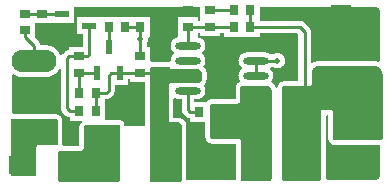
<source format=gtl>
G04*
G04 #@! TF.GenerationSoftware,Altium Limited,Altium Designer,19.0.15 (446)*
G04*
G04 Layer_Physical_Order=1*
G04 Layer_Color=255*
%FSTAX24Y24*%
%MOIN*%
G70*
G01*
G75*
%ADD18R,0.0453X0.0236*%
%ADD20R,0.0236X0.0453*%
%ADD21R,0.0866X0.0591*%
%ADD22R,0.0354X0.0315*%
%ADD23R,0.0315X0.0354*%
%ADD24R,0.0846X0.2480*%
%ADD25O,0.0846X0.0236*%
%ADD26R,0.0827X0.1063*%
%ADD27R,0.0710X0.1300*%
%ADD28R,0.0472X0.1024*%
%ADD29R,0.0472X0.0394*%
%ADD30R,0.0984X0.1811*%
%ADD46C,0.0100*%
%ADD47C,0.0150*%
%ADD48O,0.1496X0.0748*%
%ADD49R,0.1496X0.0748*%
%ADD50O,0.1496X0.0748*%
%ADD51C,0.0197*%
G36*
X016437Y015483D02*
X016358D01*
Y015591D01*
X015689D01*
Y014961D01*
X015689Y014961D01*
X015689D01*
X015671Y014917D01*
X015666Y014916D01*
X015657Y014914D01*
X015648Y014911D01*
X01564Y014909D01*
X015631Y014906D01*
X015623Y014902D01*
X015615Y014899D01*
X015606Y014895D01*
X015598Y014891D01*
X015591Y014886D01*
X015583Y014882D01*
X015575Y014877D01*
X015568Y014872D01*
X015561Y014866D01*
X015553Y014861D01*
X015547Y014855D01*
X01554Y014849D01*
X015533Y014843D01*
X015527Y014836D01*
X015521Y014829D01*
X015515Y014822D01*
X01551Y014815D01*
X015504Y014808D01*
X015499Y014801D01*
X015494Y014793D01*
X01549Y014785D01*
X015485Y014778D01*
X015481Y01477D01*
X015477Y014761D01*
X015474Y014753D01*
X01547Y014745D01*
X015467Y014736D01*
X015465Y014728D01*
X015462Y014719D01*
X01546Y01471D01*
X015458Y014701D01*
X015456Y014693D01*
X015455Y014684D01*
X015454Y014675D01*
X015453Y014666D01*
X015453Y014657D01*
X015453Y014648D01*
X015453Y014639D01*
X015453Y01463D01*
X015454Y014621D01*
X015455Y014612D01*
X015456Y014603D01*
X015458Y014594D01*
X01546Y014585D01*
X015462Y014576D01*
X015465Y014568D01*
X015467Y014559D01*
X01547Y014551D01*
X015474Y014542D01*
X015477Y014534D01*
X015481Y014526D01*
X015485Y014518D01*
X01549Y01451D01*
X015494Y014502D01*
X015499Y014495D01*
X015504Y014487D01*
X01551Y01448D01*
X015515Y014473D01*
X015521Y014466D01*
X015527Y014459D01*
X015533Y014453D01*
X01554Y014446D01*
X015547Y01444D01*
X015553Y014435D01*
X015561Y014429D01*
X015562Y014428D01*
X015567Y014417D01*
X015569Y014407D01*
Y014388D01*
X015567Y014378D01*
X015562Y014368D01*
X015561Y014366D01*
X015553Y014361D01*
X015547Y014355D01*
X01554Y014349D01*
X015533Y014343D01*
X015527Y014336D01*
X015521Y014329D01*
X015515Y014322D01*
X01551Y014315D01*
X015504Y014308D01*
X015499Y014301D01*
X015494Y014293D01*
X01549Y014285D01*
X015485Y014278D01*
X015481Y01427D01*
X015477Y014261D01*
X015474Y014253D01*
X01547Y014245D01*
X015467Y014236D01*
X015465Y014228D01*
X015462Y014219D01*
X01546Y01421D01*
X015458Y014201D01*
X015456Y014193D01*
X015455Y014184D01*
X015454Y014175D01*
X015453Y014166D01*
X015453Y014157D01*
X015453Y014148D01*
X015453Y014139D01*
X015452Y014135D01*
X015448Y014126D01*
X015443Y01412D01*
X015423Y014102D01*
X015416Y014097D01*
X015408Y014095D01*
X015407Y014095D01*
X015403D01*
X015315Y014095D01*
X014843D01*
X014842Y014095D01*
X014827Y014095D01*
X014827Y014095D01*
X014793Y014121D01*
X014787Y014128D01*
X014786Y01413D01*
X014786Y014132D01*
X014783Y01414D01*
Y014606D01*
X014656D01*
Y014732D01*
X014658Y014734D01*
X014663Y014742D01*
X014668Y014749D01*
X014672Y014756D01*
X014676Y014764D01*
X01468Y014772D01*
X014684Y01478D01*
X014687Y014788D01*
X01469Y014796D01*
X014693Y014804D01*
X014695Y014813D01*
X014697Y014821D01*
X014699Y01483D01*
X014701Y014838D01*
X014702Y014847D01*
X014703Y014856D01*
X014704Y014864D01*
X014705Y014873D01*
X014705Y014882D01*
X014705Y014891D01*
X014705Y014891D01*
X014712Y014909D01*
X01473Y014931D01*
X014734Y014935D01*
X014741Y014938D01*
X014749Y014941D01*
X014764D01*
Y01561D01*
X014252D01*
Y01561D01*
X013071D01*
Y015591D01*
X012343D01*
Y015039D01*
X012519D01*
Y014606D01*
X012067D01*
Y014499D01*
X012067Y014499D01*
X012059Y014498D01*
X012051Y014498D01*
X012043Y014497D01*
X012036Y014495D01*
X012028Y014494D01*
X012021Y014492D01*
X012013Y01449D01*
X012006Y014487D01*
X011999Y014485D01*
X011991Y014482D01*
X011984Y014478D01*
X011977Y014475D01*
X011971Y014471D01*
X011964Y014467D01*
X011958Y014463D01*
X011951Y014458D01*
X011945Y014454D01*
X011939Y014449D01*
X011933Y014443D01*
X011928Y014438D01*
X011861Y014372D01*
X011856Y014366D01*
X011851Y01436D01*
X011846Y014354D01*
X011841Y014348D01*
X011836Y014342D01*
X011832Y014335D01*
X011828Y014329D01*
X011828Y014328D01*
X011799Y014323D01*
X011796Y014323D01*
X011773Y014331D01*
X011773Y014331D01*
X011768Y014343D01*
X011763Y014355D01*
X011758Y014366D01*
X011752Y014377D01*
X011746Y014389D01*
X01174Y0144D01*
X011733Y014411D01*
X011727Y014421D01*
X01172Y014432D01*
X011712Y014442D01*
X011705Y014452D01*
X011697Y014462D01*
X011689Y014472D01*
X011681Y014482D01*
X011673Y014491D01*
X011664Y014501D01*
X011655Y01451D01*
X011646Y014519D01*
X011637Y014527D01*
X011628Y014536D01*
X011618Y014544D01*
X011608Y014552D01*
X011598Y014559D01*
X011588Y014567D01*
X011577Y014574D01*
X011567Y014581D01*
X011556Y014588D01*
X011545Y014594D01*
X011534Y0146D01*
X011523Y014606D01*
X011512Y014612D01*
X0115Y014617D01*
X011489Y014622D01*
X011477Y014627D01*
X011465Y014632D01*
X011453Y014636D01*
X011441Y01464D01*
X011429Y014644D01*
X011417Y014647D01*
X011405Y01465D01*
X011393Y014653D01*
X01138Y014656D01*
X011368Y014658D01*
X011355Y01466D01*
X011343Y014662D01*
X01133Y014663D01*
X011317Y014664D01*
X011305Y014665D01*
X011292Y014665D01*
X01128Y014665D01*
X011112D01*
X011112Y014671D01*
X011111Y014679D01*
X011109Y014686D01*
X011108Y014694D01*
X011106Y014701D01*
X011104Y014709D01*
X011101Y014716D01*
X011099Y014723D01*
X011096Y014731D01*
X011092Y014738D01*
X011089Y014745D01*
X011085Y014751D01*
X011081Y014758D01*
X011077Y014765D01*
X011072Y014771D01*
X011068Y014777D01*
X011063Y014783D01*
X011058Y014789D01*
X011052Y014794D01*
X010925Y014921D01*
Y015394D01*
X011516D01*
Y015413D01*
X012224D01*
Y015925D01*
X016437D01*
Y015483D01*
D02*
G37*
G36*
X019714Y015032D02*
Y013465D01*
X019248D01*
X019247Y013465D01*
X019246Y013465D01*
X019244Y013465D01*
X019241Y013464D01*
X01924Y013464D01*
X019239Y013464D01*
X019237Y013464D01*
X019234Y013464D01*
X019233Y013464D01*
X019233Y013464D01*
X019225Y013463D01*
X019224Y013463D01*
X019223Y013463D01*
X019221Y013463D01*
X019218Y013462D01*
X019217Y013462D01*
X019216Y013462D01*
X019214Y013462D01*
X019211Y013461D01*
X019211Y013461D01*
X01921Y013461D01*
X019202Y013459D01*
X019201Y013459D01*
X0192Y013459D01*
X019198Y013458D01*
X019195Y013458D01*
X019195Y013458D01*
X019194Y013457D01*
X019191Y013457D01*
X019189Y013456D01*
X019188Y013456D01*
X019187Y013456D01*
X01918Y013453D01*
X019179Y013453D01*
X019178Y013453D01*
X019176Y013452D01*
X019173Y013451D01*
X019172Y013451D01*
X019172Y013451D01*
X019169Y01345D01*
X019167Y013449D01*
X019166Y013448D01*
X019165Y013448D01*
X019158Y013445D01*
X019157Y013445D01*
X019156Y013444D01*
X019154Y013443D01*
X019152Y013442D01*
X019151Y013442D01*
X01915Y013442D01*
X019148Y01344D01*
X019146Y013439D01*
X019145Y013439D01*
X019144Y013439D01*
X019137Y013435D01*
X019136Y013434D01*
X019136Y013434D01*
X019133Y013433D01*
X019131Y013432D01*
X01913Y013431D01*
X01913Y013431D01*
X019128Y013429D01*
X019125Y013428D01*
X019125Y013427D01*
X019124Y013427D01*
X019121Y013425D01*
X019114D01*
Y01342D01*
X019114Y01342D01*
X019112Y013419D01*
X019111Y013418D01*
X01911Y013418D01*
X019108Y013416D01*
X019106Y013415D01*
X019106Y013414D01*
X019105Y013413D01*
X019099Y013409D01*
X019098Y013408D01*
X019098Y013407D01*
X019096Y013406D01*
X019094Y013404D01*
X019093Y013403D01*
X019093Y013403D01*
X019091Y013401D01*
X019089Y013399D01*
X019088Y013399D01*
X019088Y013398D01*
X019082Y013393D01*
X019082Y013392D01*
X019081Y013391D01*
X019079Y01339D01*
X019077Y013388D01*
X019077Y013387D01*
X019076Y013386D01*
X019075Y013385D01*
X019073Y013383D01*
X019072Y013382D01*
X019072Y013381D01*
X019067Y013375D01*
X019066Y013375D01*
X019066Y013374D01*
X019064Y013372D01*
X019063Y01337D01*
X019062Y013369D01*
X019062Y013368D01*
X01906Y013366D01*
X019059Y013364D01*
X019058Y013364D01*
X019058Y013363D01*
X019053Y013356D01*
X019053Y013356D01*
X019052Y013355D01*
X019051Y013353D01*
X01905Y013351D01*
X019049Y01335D01*
X019049Y013349D01*
X019048Y013347D01*
X019046Y013345D01*
X019046Y013344D01*
X019045Y013343D01*
X019042Y013336D01*
X019041Y013336D01*
X019041Y013335D01*
X01904Y013332D01*
X019039Y01333D01*
X019038Y013329D01*
X019038Y013329D01*
X019037Y013326D01*
X019036Y013324D01*
X019036Y013323D01*
X019035Y013322D01*
X019032Y013315D01*
X019032Y013314D01*
X019032Y013314D01*
X019031Y013311D01*
X01903Y013309D01*
X019029Y013308D01*
X019029Y013307D01*
X019028Y013305D01*
X019028Y013302D01*
X019027Y013301D01*
X019027Y013301D01*
X019025Y013293D01*
X019025Y013292D01*
X019024Y013292D01*
X019024Y013289D01*
X019023Y013287D01*
X019023Y013286D01*
X019022Y013285D01*
X019022Y013282D01*
X019021Y01328D01*
X019021Y013279D01*
X019021Y013278D01*
X019019Y013271D01*
X019019Y01327D01*
X019019Y013269D01*
X019019Y013266D01*
X019018Y013264D01*
X019018Y013263D01*
X019018Y013262D01*
X019018Y01326D01*
X019017Y013257D01*
X019017Y013256D01*
X019017Y013255D01*
X019016Y013248D01*
X019016Y013247D01*
X019016Y013246D01*
X019016Y013243D01*
X019016Y013241D01*
X019016Y01324D01*
X019016Y013239D01*
X019016Y013237D01*
X019016Y013234D01*
X019016Y013233D01*
X019016Y013232D01*
Y013228D01*
X018968Y013223D01*
X018967Y013224D01*
X018967Y013226D01*
X018964Y013236D01*
X018964Y013238D01*
X018963Y013239D01*
X018963Y013241D01*
X018962Y013243D01*
X018962Y013244D01*
X018961Y013246D01*
X018958Y013256D01*
X018957Y013257D01*
X018957Y013259D01*
X018956Y013261D01*
X018956Y013262D01*
X018955Y013264D01*
X018954Y013265D01*
X01895Y013275D01*
X01895Y013276D01*
X018949Y013278D01*
X018948Y01328D01*
X018948Y013281D01*
X018947Y013283D01*
X018946Y013284D01*
X018942Y013294D01*
X018941Y013295D01*
X01894Y013297D01*
X018939Y013298D01*
X018938Y0133D01*
X018938Y013301D01*
X018937Y013303D01*
X018932Y013312D01*
X018931Y013313D01*
X01893Y013315D01*
X018929Y013316D01*
X018928Y013317D01*
X018927Y013319D01*
X018926Y01332D01*
X01892Y013329D01*
X018919Y01333D01*
X018919Y013332D01*
X018918Y013333D01*
X018917Y013335D01*
X018915Y013336D01*
X018914Y013337D01*
X018908Y013345D01*
X018907Y013347D01*
X018906Y013348D01*
X018905Y013349D01*
X018904Y013351D01*
X018903Y013352D01*
X018902Y013353D01*
X018895Y013361D01*
X018894Y013362D01*
X018893Y013364D01*
X018891Y013365D01*
X01889Y013366D01*
X018889Y013367D01*
X018888Y013369D01*
X018881Y013376D01*
X018879Y013377D01*
X018878Y013378D01*
X018877Y01338D01*
X018876Y013381D01*
X018874Y013382D01*
X018873Y013383D01*
X018865Y01339D01*
X018864Y013391D01*
X018863Y013392D01*
X018861Y013393D01*
X01886Y013394D01*
X018859Y013395D01*
X018857Y013396D01*
X018849Y013403D01*
X018848Y013404D01*
X018846Y013405D01*
X018845Y013406D01*
X018844Y013407D01*
X018842Y013408D01*
X018841Y013409D01*
X018832Y013414D01*
X018831Y013415D01*
X018829Y013416D01*
X018827Y013419D01*
X018824Y013423D01*
X018822Y013429D01*
X01882Y013433D01*
X018816Y013464D01*
X01882Y013478D01*
X018821Y01348D01*
X018826Y013487D01*
X018832Y013495D01*
X018836Y013502D01*
X018841Y01351D01*
X018845Y013518D01*
X01885Y013526D01*
X018853Y013534D01*
X018857Y013542D01*
X01886Y013551D01*
X018863Y013559D01*
X018866Y013568D01*
X018869Y013576D01*
X018871Y013585D01*
X018873Y013594D01*
X018874Y013603D01*
X018876Y013612D01*
X018877Y013621D01*
X018877Y01363D01*
X018878Y013639D01*
X018878Y013648D01*
X018878Y013657D01*
X018877Y013666D01*
X018877Y013675D01*
X018876Y013684D01*
X018874Y013693D01*
X018873Y013701D01*
X018871Y01371D01*
X018869Y013719D01*
X018866Y013728D01*
X018863Y013736D01*
X01886Y013745D01*
X018857Y013753D01*
X018853Y013761D01*
X01885Y01377D01*
X018845Y013778D01*
X018841Y013785D01*
X018836Y013793D01*
X018832Y013801D01*
X018826Y013808D01*
X018821Y013815D01*
X018815Y013822D01*
X01881Y013829D01*
X018804Y013836D01*
X018797Y013843D01*
X018791Y013849D01*
X018784Y013855D01*
X018781Y013857D01*
X018776Y013883D01*
X018774Y013911D01*
X018774Y013914D01*
X018798Y01394D01*
X018866D01*
X018868Y013939D01*
X018875Y013934D01*
X018883Y013929D01*
X01889Y013925D01*
X018898Y01392D01*
X018906Y013916D01*
X018914Y013913D01*
X018922Y01391D01*
X01893Y013906D01*
X018938Y013904D01*
X018947Y013901D01*
X018955Y013899D01*
X018964Y013897D01*
X018972Y013895D01*
X018981Y013894D01*
X01899Y013893D01*
X018998Y013892D01*
X019007Y013892D01*
X019016Y013892D01*
X019024Y013892D01*
X019033Y013892D01*
X019042Y013893D01*
X019051Y013894D01*
X019059Y013895D01*
X019068Y013897D01*
X019076Y013899D01*
X019085Y013901D01*
X019093Y013904D01*
X019101Y013906D01*
X01911Y01391D01*
X019118Y013913D01*
X019126Y013916D01*
X019133Y01392D01*
X019141Y013925D01*
X019149Y013929D01*
X019156Y013934D01*
X019163Y013939D01*
X01917Y013944D01*
X019177Y013949D01*
X019184Y013955D01*
X01919Y013961D01*
X019197Y013967D01*
X019203Y013973D01*
X019209Y013979D01*
X019214Y013986D01*
X01922Y013993D01*
X019225Y014D01*
X01923Y014007D01*
X019234Y014015D01*
X019239Y014022D01*
X019243Y01403D01*
X019247Y014038D01*
X019251Y014046D01*
X019254Y014054D01*
X019257Y014062D01*
X01926Y01407D01*
X019262Y014079D01*
X019264Y014087D01*
X019266Y014096D01*
X019268Y014104D01*
X019269Y014113D01*
X01927Y014121D01*
X019271Y01413D01*
X019272Y014139D01*
X019272Y014148D01*
X019272Y014156D01*
X019271Y014165D01*
X01927Y014174D01*
X019269Y014182D01*
X019268Y014191D01*
X019266Y0142D01*
X019264Y014208D01*
X019262Y014217D01*
X01926Y014225D01*
X019257Y014233D01*
X019254Y014242D01*
X019251Y01425D01*
X019247Y014258D01*
X019243Y014265D01*
X019239Y014273D01*
X019234Y014281D01*
X01923Y014288D01*
X019225Y014295D01*
X01922Y014302D01*
X019214Y014309D01*
X019209Y014316D01*
X019203Y014322D01*
X019197Y014329D01*
X01919Y014335D01*
X019184Y014341D01*
X019177Y014346D01*
X01917Y014352D01*
X019163Y014357D01*
X019156Y014362D01*
X019149Y014366D01*
X019141Y014371D01*
X019133Y014375D01*
X019126Y014379D01*
X019118Y014382D01*
X01911Y014386D01*
X019101Y014389D01*
X019093Y014392D01*
X019085Y014394D01*
X019076Y014396D01*
X019068Y014398D01*
X019059Y0144D01*
X019051Y014401D01*
X019042Y014402D01*
X019033Y014403D01*
X019024Y014403D01*
X019016Y014404D01*
X019007Y014403D01*
X018998Y014403D01*
X01899Y014402D01*
X018981Y014401D01*
X018972Y0144D01*
X018964Y014398D01*
X018955Y014396D01*
X018947Y014394D01*
X018938Y014392D01*
X01893Y014389D01*
X018922Y014386D01*
X018914Y014382D01*
X018906Y014379D01*
X018898Y014375D01*
X01889Y014371D01*
X018883Y014366D01*
X018875Y014362D01*
X018868Y014357D01*
X018866Y014355D01*
X018784D01*
X018777Y014361D01*
X01877Y014366D01*
X018763Y014372D01*
X018755Y014377D01*
X018748Y014382D01*
X01874Y014386D01*
X018732Y014391D01*
X018724Y014395D01*
X018716Y014399D01*
X018708Y014402D01*
X018699Y014406D01*
X018691Y014409D01*
X018682Y014411D01*
X018674Y014414D01*
X018665Y014416D01*
X018656Y014418D01*
X018647Y01442D01*
X018638Y014421D01*
X018629Y014422D01*
X01862Y014423D01*
X018611Y014423D01*
X018602Y014423D01*
X017992D01*
X017983Y014423D01*
X017974Y014423D01*
X017965Y014422D01*
X017956Y014421D01*
X017947Y01442D01*
X017938Y014418D01*
X01793Y014416D01*
X017921Y014414D01*
X017912Y014411D01*
X017904Y014409D01*
X017895Y014406D01*
X017887Y014402D01*
X017878Y014399D01*
X01787Y014395D01*
X017862Y014391D01*
X017854Y014386D01*
X017847Y014382D01*
X017839Y014377D01*
X017832Y014372D01*
X017824Y014366D01*
X017817Y014361D01*
X01781Y014355D01*
X017804Y014349D01*
X017797Y014343D01*
X017791Y014336D01*
X017785Y014329D01*
X017779Y014322D01*
X017773Y014315D01*
X017768Y014308D01*
X017763Y014301D01*
X017758Y014293D01*
X017753Y014285D01*
X017749Y014278D01*
X017745Y01427D01*
X017741Y014261D01*
X017737Y014253D01*
X017734Y014245D01*
X017731Y014236D01*
X017728Y014228D01*
X017726Y014219D01*
X017724Y01421D01*
X017722Y014201D01*
X01772Y014193D01*
X017719Y014184D01*
X017718Y014175D01*
X017717Y014166D01*
X017717Y014157D01*
X017716Y014148D01*
X017717Y014139D01*
X017717Y01413D01*
X017718Y014121D01*
X017719Y014112D01*
X01772Y014103D01*
X017722Y014094D01*
X017724Y014085D01*
X017726Y014076D01*
X017728Y014068D01*
X017731Y014059D01*
X017734Y014051D01*
X017737Y014042D01*
X017741Y014034D01*
X017745Y014026D01*
X017749Y014018D01*
X017753Y01401D01*
X017758Y014002D01*
X017763Y013995D01*
X017768Y013987D01*
X017773Y01398D01*
X017779Y013973D01*
X017785Y013966D01*
X017791Y013959D01*
X017797Y013953D01*
X017804Y013946D01*
X01781Y01394D01*
X017817Y013935D01*
X017824Y013929D01*
X017826Y013928D01*
X017831Y013917D01*
X017833Y013907D01*
Y013888D01*
X017831Y013878D01*
X017826Y013868D01*
X017824Y013866D01*
X017817Y013861D01*
X01781Y013855D01*
X017804Y013849D01*
X017797Y013843D01*
X017791Y013836D01*
X017785Y013829D01*
X017779Y013822D01*
X017773Y013815D01*
X017768Y013808D01*
X017763Y013801D01*
X017758Y013793D01*
X017753Y013785D01*
X017749Y013778D01*
X017745Y01377D01*
X017741Y013761D01*
X017737Y013753D01*
X017734Y013745D01*
X017731Y013736D01*
X017728Y013728D01*
X017726Y013719D01*
X017724Y01371D01*
X017722Y013701D01*
X01772Y013693D01*
X017719Y013684D01*
X017718Y013675D01*
X017717Y013666D01*
X017717Y013657D01*
X017716Y013648D01*
X017717Y013639D01*
X017717Y01363D01*
X017718Y013621D01*
X017719Y013612D01*
X01772Y013603D01*
X017722Y013594D01*
X017724Y013585D01*
X017726Y013576D01*
X017728Y013568D01*
X017731Y013559D01*
X017734Y013551D01*
X017737Y013542D01*
X017741Y013534D01*
X017745Y013526D01*
X017749Y013518D01*
X017753Y01351D01*
X017758Y013502D01*
X017761Y013498D01*
X017761Y013497D01*
X017762Y013494D01*
X017763Y013491D01*
X017763Y013475D01*
X017762Y013469D01*
X017753Y013445D01*
X017753Y013445D01*
X017745Y013436D01*
X017743Y013435D01*
X017742Y013434D01*
X017741Y013434D01*
X017739Y013433D01*
X017737Y013432D01*
X017736Y013431D01*
X017735Y013431D01*
X017733Y013429D01*
X017731Y013428D01*
X01773Y013427D01*
X017729Y013427D01*
X017723Y013423D01*
X017722Y013422D01*
X017722Y013422D01*
X017719Y01342D01*
X017717Y013419D01*
X017717Y013418D01*
X017716Y013418D01*
X017714Y013416D01*
X017712Y013415D01*
X017711Y013414D01*
X017711Y013413D01*
X017705Y013409D01*
X017704Y013408D01*
X017703Y013407D01*
X017701Y013406D01*
X017699Y013404D01*
X017699Y013403D01*
X017698Y013403D01*
X017696Y013401D01*
X017694Y013399D01*
X017694Y013399D01*
X017693Y013398D01*
X017688Y013393D01*
X017687Y013392D01*
X017686Y013391D01*
X017685Y01339D01*
X017683Y013388D01*
X017682Y013387D01*
X017682Y013386D01*
X01768Y013385D01*
X017678Y013383D01*
X017678Y013382D01*
X017677Y013381D01*
X017672Y013375D01*
X017672Y013375D01*
X017671Y013374D01*
X01767Y013372D01*
X017668Y01337D01*
X017668Y013369D01*
X017667Y013368D01*
X017666Y013366D01*
X017664Y013364D01*
X017664Y013364D01*
X017663Y013363D01*
X017659Y013356D01*
X017658Y013356D01*
X017658Y013355D01*
X017657Y013353D01*
X017655Y013351D01*
X017655Y01335D01*
X017654Y013349D01*
X017653Y013347D01*
X017652Y013345D01*
X017651Y013344D01*
X017651Y013343D01*
X017647Y013336D01*
X017647Y013336D01*
X017646Y013335D01*
X017645Y013332D01*
X017644Y01333D01*
X017644Y013329D01*
X017643Y013329D01*
X017642Y013326D01*
X017641Y013324D01*
X017641Y013323D01*
X017641Y013322D01*
X017638Y013315D01*
X017637Y013314D01*
X017637Y013314D01*
X017636Y013311D01*
X017635Y013309D01*
X017635Y013308D01*
X017635Y013307D01*
X017634Y013305D01*
X017633Y013302D01*
X017633Y013301D01*
X017633Y013301D01*
X01763Y013293D01*
X01763Y013292D01*
X01763Y013292D01*
X017629Y013289D01*
X017628Y013287D01*
X017628Y013286D01*
X017628Y013285D01*
X017627Y013282D01*
X017627Y01328D01*
X017627Y013279D01*
X017627Y013278D01*
X017625Y013271D01*
X017625Y01327D01*
X017625Y013269D01*
X017624Y013266D01*
X017624Y013264D01*
X017624Y013263D01*
X017624Y013262D01*
X017623Y01326D01*
X017623Y013257D01*
X017623Y013256D01*
X017623Y013255D01*
X017622Y013248D01*
X017622Y013247D01*
X017622Y013246D01*
X017622Y013243D01*
X017621Y013241D01*
X017621Y01324D01*
X017621Y013239D01*
X017621Y013237D01*
X017621Y013234D01*
X017621Y013233D01*
X017621Y013232D01*
X017621Y012874D01*
X01685Y012874D01*
X016847Y012874D01*
X016846Y012874D01*
X016845Y012874D01*
X016842Y012874D01*
X01684Y012874D01*
X016839Y012874D01*
X016838Y012874D01*
X016835Y012874D01*
X016833Y012873D01*
X016832Y012873D01*
X016831Y012873D01*
X016823Y012873D01*
X016823Y012872D01*
X016822Y012872D01*
X016819Y012872D01*
X016817Y012872D01*
X016816Y012872D01*
X016815Y012871D01*
X016812Y012871D01*
X01681Y012871D01*
X016809Y01287D01*
X016808Y01287D01*
X016801Y012869D01*
X0168Y012869D01*
X016799Y012868D01*
X016796Y012868D01*
X016794Y012867D01*
X016793Y012867D01*
X016792Y012867D01*
X01679Y012866D01*
X016787Y012865D01*
X016786Y012865D01*
X016786Y012865D01*
X016778Y012863D01*
X016777Y012862D01*
X016776Y012862D01*
X016774Y012861D01*
X016772Y012861D01*
X016771Y01286D01*
X01677Y01286D01*
X016768Y012859D01*
X016765Y012858D01*
X016764Y012858D01*
X016764Y012858D01*
X016756Y012855D01*
X016756Y012854D01*
X016755Y012854D01*
X016752Y012853D01*
X01675Y012852D01*
X016749Y012851D01*
X016749Y012851D01*
X016746Y01285D01*
X016744Y012849D01*
X016743Y012848D01*
X016742Y012848D01*
X016736Y012844D01*
X016735Y012844D01*
X016734Y012844D01*
X016732Y012842D01*
X01673Y012841D01*
X016729Y012841D01*
X016728Y01284D01*
X016726Y012839D01*
X016724Y012837D01*
X016723Y012837D01*
X016722Y012836D01*
X016716Y012832D01*
X016715Y012832D01*
X016715Y012831D01*
X016712Y01283D01*
X01671Y012828D01*
X01671Y012828D01*
X016709Y012827D01*
X016707Y012826D01*
X016705Y012824D01*
X016704Y012823D01*
X016704Y012823D01*
X016698Y012818D01*
X016697Y012817D01*
X016696Y012817D01*
X016694Y012815D01*
X016692Y012814D01*
X016692Y012813D01*
X016691Y012812D01*
X016689Y012811D01*
X016687Y012809D01*
X016687Y012808D01*
X016686Y012808D01*
X016681Y012802D01*
X01668Y012802D01*
X016679Y012801D01*
X016678Y012799D01*
X016676Y012797D01*
X016675Y012796D01*
X016675Y012796D01*
X016673Y012794D01*
X016671Y012792D01*
X016671Y012791D01*
X01667Y012791D01*
X016665Y012785D01*
X016665Y012784D01*
X016664Y012783D01*
X016663Y012781D01*
X016661Y012779D01*
X016661Y012779D01*
X01666Y012778D01*
X016659Y012776D01*
X016658Y012776D01*
X016241D01*
Y012872D01*
X016339D01*
X016348Y012872D01*
X016357Y012873D01*
X016366Y012873D01*
X016375Y012874D01*
X016383Y012876D01*
X016392Y012877D01*
X016401Y012879D01*
X01641Y012881D01*
X016419Y012884D01*
X016427Y012887D01*
X016436Y01289D01*
X016444Y012893D01*
X016452Y012897D01*
X01646Y0129D01*
X016469Y012905D01*
X016476Y012909D01*
X016484Y012914D01*
X016492Y012918D01*
X016499Y012924D01*
X016506Y012929D01*
X016513Y012935D01*
X01652Y01294D01*
X016527Y012946D01*
X016533Y012953D01*
X01654Y012959D01*
X016546Y012966D01*
X016552Y012973D01*
X016557Y01298D01*
X016563Y012987D01*
X016568Y012995D01*
X016573Y013002D01*
X016577Y01301D01*
X016582Y013018D01*
X016586Y013026D01*
X01659Y013034D01*
X016593Y013042D01*
X016597Y013051D01*
X0166Y013059D01*
X016602Y013068D01*
X016605Y013076D01*
X016607Y013085D01*
X016609Y013094D01*
X016611Y013103D01*
X016612Y013112D01*
X016613Y013121D01*
X016614Y01313D01*
X016614Y013139D01*
X016614Y013148D01*
X016614Y013157D01*
X016614Y013166D01*
X016613Y013175D01*
X016612Y013184D01*
X016611Y013193D01*
X016609Y013201D01*
X016607Y01321D01*
X016605Y013219D01*
X016602Y013228D01*
X0166Y013236D01*
X016597Y013245D01*
X016593Y013253D01*
X01659Y013261D01*
X016586Y01327D01*
X016582Y013278D01*
X016577Y013285D01*
X016573Y013293D01*
X016568Y013301D01*
X016563Y013308D01*
X016557Y013315D01*
X016552Y013322D01*
X016587Y013358D01*
X016587Y013358D01*
X016592Y013363D01*
X016597Y013368D01*
X016601Y013373D01*
X016605Y013379D01*
X016609Y013384D01*
X016612Y01339D01*
X016616Y013396D01*
X016619Y013402D01*
X016622Y013409D01*
X016642Y013457D01*
X016642Y013457D01*
X016644Y013463D01*
X016646Y01347D01*
X016648Y013476D01*
X01665Y013483D01*
X016651Y01349D01*
X016652Y013493D01*
X016652Y013497D01*
X016653Y013503D01*
X016653Y01351D01*
X016654Y013517D01*
X016654Y013543D01*
X016654Y013756D01*
X016653Y013763D01*
X016653Y01377D01*
X016652Y013776D01*
X016651Y013783D01*
X01665Y01379D01*
X016648Y013797D01*
X016646Y013803D01*
X016644Y01381D01*
X016642Y013816D01*
X016642Y013816D01*
X016622Y013863D01*
X016622Y013863D01*
X016619Y013869D01*
X016616Y013876D01*
X016613Y013882D01*
X016609Y013887D01*
X016606Y013893D01*
X016602Y013899D01*
X016597Y013904D01*
X016593Y013909D01*
X016588Y013914D01*
X016588Y013914D01*
X016552Y01395D01*
X016552Y01395D01*
X016547Y013955D01*
X016546Y013965D01*
X016552Y013973D01*
X016557Y01398D01*
X016563Y013987D01*
X016568Y013995D01*
X016573Y014002D01*
X016577Y01401D01*
X016582Y014018D01*
X016586Y014026D01*
X01659Y014034D01*
X016593Y014042D01*
X016597Y014051D01*
X0166Y014059D01*
X016602Y014068D01*
X016605Y014076D01*
X016607Y014085D01*
X016609Y014094D01*
X016611Y014103D01*
X016612Y014112D01*
X016613Y014121D01*
X016614Y01413D01*
X016614Y014139D01*
X016614Y014148D01*
X016614Y014157D01*
X016614Y014166D01*
X016613Y014175D01*
X016612Y014184D01*
X016611Y014193D01*
X016609Y014201D01*
X016607Y01421D01*
X016605Y014219D01*
X016602Y014228D01*
X0166Y014236D01*
X016597Y014245D01*
X016593Y014253D01*
X01659Y014261D01*
X016586Y01427D01*
X016582Y014278D01*
X016577Y014285D01*
X016573Y014293D01*
X016568Y014301D01*
X016563Y014308D01*
X016557Y014315D01*
X016552Y014322D01*
X016546Y014329D01*
X01654Y014336D01*
X016533Y014343D01*
X016527Y014349D01*
X01652Y014355D01*
X016513Y014361D01*
X016506Y014366D01*
X016505Y014368D01*
X0165Y014378D01*
X016498Y014388D01*
Y014407D01*
X0165Y014417D01*
X016505Y014428D01*
X016506Y014429D01*
X016513Y014435D01*
X01652Y01444D01*
X016527Y014446D01*
X016533Y014453D01*
X01654Y014459D01*
X016546Y014466D01*
X016552Y014473D01*
X016557Y01448D01*
X016563Y014487D01*
X016568Y014495D01*
X016573Y014502D01*
X016577Y01451D01*
X016582Y014518D01*
X016586Y014526D01*
X01659Y014534D01*
X016593Y014542D01*
X016597Y014551D01*
X0166Y014559D01*
X016602Y014568D01*
X016605Y014576D01*
X016607Y014585D01*
X016609Y014594D01*
X016611Y014603D01*
X016612Y014612D01*
X016613Y014621D01*
X016614Y01463D01*
X016614Y014639D01*
X016614Y014648D01*
X016614Y014657D01*
X016614Y014666D01*
X016613Y014675D01*
X016612Y014684D01*
X016611Y014693D01*
X016609Y014701D01*
X016607Y01471D01*
X016605Y014719D01*
X016602Y014728D01*
X0166Y014736D01*
X016597Y014745D01*
X016593Y014753D01*
X01659Y014761D01*
X016586Y01477D01*
X016582Y014778D01*
X016577Y014785D01*
X016573Y014793D01*
X016568Y014801D01*
X016563Y014808D01*
X016557Y014815D01*
X016552Y014822D01*
X016546Y014829D01*
X01654Y014836D01*
X016533Y014843D01*
X016527Y014849D01*
X01652Y014855D01*
X016513Y014861D01*
X016506Y014866D01*
X016499Y014872D01*
X016492Y014877D01*
X016484Y014882D01*
X016476Y014886D01*
X016469Y014891D01*
X01646Y014895D01*
X016452Y014899D01*
X016444Y014902D01*
X016436Y014906D01*
X016427Y014909D01*
X016419Y014911D01*
X01641Y014914D01*
X016401Y014916D01*
X016392Y014918D01*
X016383Y01492D01*
X016381Y01492D01*
X016358Y014961D01*
Y015068D01*
X016437D01*
Y014961D01*
X017106D01*
Y015068D01*
X017244D01*
Y014941D01*
X018425D01*
Y015068D01*
X019678D01*
X019714Y015032D01*
D02*
G37*
G36*
X022309Y015925D02*
X022315Y015925D01*
X02232Y015924D01*
X022326Y015923D01*
X022332Y015922D01*
X022337Y01592D01*
X022343Y015918D01*
X022348Y015916D01*
X022354Y015914D01*
X022359Y015911D01*
X022364Y015908D01*
X022369Y015905D01*
X022374Y015902D01*
X022378Y015898D01*
X022382Y015895D01*
X022387Y015891D01*
X022391Y015886D01*
X022394Y015882D01*
X022398Y015877D01*
X022401Y015873D01*
X022404Y015868D01*
X022407Y015863D01*
X02241Y015858D01*
X022412Y015852D01*
X022414Y015847D01*
X022416Y015841D01*
X022418Y015836D01*
X022419Y01583D01*
X02242Y015824D01*
X022421Y015819D01*
X022421Y015813D01*
X022421Y015808D01*
X022421Y015807D01*
Y014145D01*
X022412Y014131D01*
X022373Y01411D01*
X022372Y01411D01*
X022372Y01411D01*
X022369Y014111D01*
X022366Y014112D01*
X022366Y014112D01*
X022365Y014112D01*
X022352Y014117D01*
X022351Y014117D01*
X022351Y014117D01*
X022348Y014118D01*
X022345Y014118D01*
X022344Y014119D01*
X022344Y014119D01*
X02233Y014122D01*
X02233Y014122D01*
X022329Y014122D01*
X022326Y014123D01*
X022323Y014124D01*
X022323Y014124D01*
X022323Y014124D01*
X022309Y014127D01*
X022308Y014127D01*
X022308Y014127D01*
X022305Y014127D01*
X022302Y014128D01*
X022301Y014128D01*
X022301Y014128D01*
X022287Y01413D01*
X022286Y01413D01*
X022286Y01413D01*
X022283Y014131D01*
X02228Y014131D01*
X02228Y014131D01*
X022279Y014131D01*
X022265Y014132D01*
X022264Y014132D01*
X022264Y014133D01*
X022261Y014133D01*
X022258Y014133D01*
X022258Y014133D01*
X022257Y014133D01*
X022243Y014134D01*
X022242Y014134D01*
X022242Y014134D01*
X022239Y014134D01*
X022236Y014134D01*
X022236Y014134D01*
X022235Y014134D01*
X022228Y014134D01*
X022228Y014134D01*
X020669Y014134D01*
X020404Y014134D01*
X020397Y014134D01*
X020396Y014134D01*
X020395Y014134D01*
X020392Y014134D01*
X02039Y014134D01*
X020389Y014134D01*
X020388Y014134D01*
X020374Y014133D01*
X020373Y014133D01*
X020372Y014133D01*
X02037Y014133D01*
X020367Y014132D01*
X020366Y014132D01*
X020365Y014132D01*
X020351Y014131D01*
X020351Y01413D01*
X02035Y01413D01*
X020347Y01413D01*
X020345Y01413D01*
X020344Y014129D01*
X020343Y014129D01*
X020329Y014127D01*
X020328Y014127D01*
X020327Y014127D01*
X020325Y014126D01*
X020322Y014126D01*
X020321Y014126D01*
X02032Y014125D01*
X020307Y014122D01*
X020306Y014122D01*
X020305Y014122D01*
X020303Y014121D01*
X0203Y014121D01*
X020299Y01412D01*
X020298Y01412D01*
X020285Y014116D01*
X020284Y014116D01*
X020283Y014116D01*
X020281Y014115D01*
X020279Y014114D01*
X020278Y014114D01*
X020277Y014114D01*
X020264Y014109D01*
X020263Y014109D01*
X020262Y014108D01*
X02026Y014107D01*
X020257Y014107D01*
X020256Y014106D01*
X020255Y014106D01*
X020243Y014101D01*
X020242Y0141D01*
X020241Y0141D01*
X020239Y014099D01*
X020236Y014098D01*
X020236Y014097D01*
X020235Y014097D01*
X020222Y014091D01*
X020221Y01409D01*
X02022Y01409D01*
X020218Y014089D01*
X020216Y014088D01*
X020215Y014087D01*
X020214Y014087D01*
X020202Y01408D01*
X020201Y01408D01*
X020201Y014079D01*
X020198Y014078D01*
X020196Y014077D01*
X020195Y014076D01*
X020195Y014076D01*
X020183Y014068D01*
X020182Y014068D01*
X020181Y014067D01*
X020179Y014066D01*
X020179Y014066D01*
X020166Y014068D01*
X020136Y014082D01*
X020129Y014091D01*
Y015118D01*
X020129Y015126D01*
X020128Y015134D01*
X020127Y015141D01*
X020126Y015149D01*
X020125Y015157D01*
X020124Y015164D01*
X020122Y015172D01*
X02012Y015179D01*
X020117Y015187D01*
X020114Y015194D01*
X020111Y015201D01*
X020108Y015208D01*
X020105Y015215D01*
X020101Y015222D01*
X020097Y015229D01*
X020093Y015235D01*
X020088Y015241D01*
X020083Y015247D01*
X020079Y015253D01*
X020073Y015259D01*
X020068Y015265D01*
X019911Y015422D01*
X019905Y015428D01*
X019899Y015433D01*
X019893Y015438D01*
X019887Y015443D01*
X019881Y015447D01*
X019874Y015451D01*
X019868Y015455D01*
X019861Y015459D01*
X019854Y015463D01*
X019847Y015466D01*
X01984Y015469D01*
X019832Y015471D01*
X019825Y015474D01*
X019817Y015476D01*
X01981Y015478D01*
X019802Y015479D01*
X019795Y015481D01*
X019787Y015482D01*
X019779Y015483D01*
X019772Y015483D01*
X019764Y015483D01*
X018425D01*
Y015925D01*
X022303D01*
X022304Y015925D01*
X022309Y015925D01*
D02*
G37*
G36*
X022228Y013976D02*
X022235Y013976D01*
X022249Y013976D01*
X022264Y013974D01*
X022278Y013972D01*
X022292Y013969D01*
X022306Y013966D01*
X02232Y013962D01*
X022333Y013957D01*
X022346Y013951D01*
X022359Y013945D01*
X022372Y013939D01*
X022384Y013931D01*
X022396Y013923D01*
X022408Y013915D01*
X022419Y013906D01*
X022429Y013896D01*
X022439Y013886D01*
X022449Y013875D01*
X022458Y013864D01*
X022467Y013853D01*
X022475Y013841D01*
X022482Y013829D01*
X022489Y013816D01*
X022495Y013803D01*
X0225Y01379D01*
X022505Y013776D01*
X022509Y013763D01*
X022513Y013749D01*
X022515Y013735D01*
X022518Y01372D01*
X022519Y013706D01*
X02252Y013692D01*
X02252Y013685D01*
X02252Y011569D01*
X02252Y011569D01*
X02252Y011565D01*
X022519Y011558D01*
X022517Y01155D01*
X022515Y011543D01*
X022512Y011535D01*
X022509Y011529D01*
X022504Y011522D01*
X022499Y011516D01*
X022494Y011511D01*
X022488Y011506D01*
X022481Y011501D01*
X022475Y011498D01*
X022468Y011495D01*
X02246Y011493D01*
X022453Y011491D01*
X022445Y01149D01*
X022441Y01149D01*
X020945D01*
X020941Y01149D01*
X020933Y011491D01*
X020926Y011493D01*
X020918Y011495D01*
X020911Y011498D01*
X020904Y011501D01*
X020898Y011506D01*
X020892Y01151D01*
X020887Y011516D01*
X020882Y011522D01*
X020877Y011528D01*
X020874Y011535D01*
X020871Y011542D01*
X020868Y011549D01*
X020867Y011557D01*
X020866Y011565D01*
X020866Y011568D01*
X020866Y012441D01*
X020866Y012441D01*
X020866Y012444D01*
X020865Y012451D01*
X020864Y012458D01*
X020862Y012464D01*
X020859Y01247D01*
X020856Y012476D01*
X020852Y012482D01*
X020848Y012487D01*
X020843Y012492D01*
X020838Y012496D01*
X020832Y0125D01*
X020826Y012503D01*
X02082Y012506D01*
X020814Y012508D01*
X020807Y012509D01*
X0208Y01251D01*
X020797Y01251D01*
X020524Y01251D01*
X020521Y01251D01*
X020516Y012509D01*
X020511Y012508D01*
X020506Y012507D01*
X020502Y012505D01*
X020497Y012503D01*
X020493Y0125D01*
X020489Y012497D01*
X020486Y012493D01*
X020483Y012489D01*
X02048Y012485D01*
X020477Y01248D01*
X020475Y012476D01*
X020474Y012471D01*
X020473Y012466D01*
X020473Y012461D01*
X020472Y012459D01*
Y010242D01*
Y010238D01*
X020472Y010228D01*
X02047Y010219D01*
X020468Y01021D01*
X020465Y010201D01*
X020462Y010193D01*
X020457Y010184D01*
X020453Y010177D01*
X020447Y010169D01*
X020441Y010162D01*
X020435Y010155D01*
X020428Y010149D01*
X02042Y010144D01*
X020412Y010139D01*
X020404Y010135D01*
X020395Y010131D01*
X020386Y010128D01*
X020377Y010126D01*
X020368Y010125D01*
X020359Y010124D01*
X020354D01*
X019272Y010124D01*
X019272D01*
X019268Y010124D01*
X019261Y010125D01*
X019253Y010126D01*
X019245Y010128D01*
X019238Y01013D01*
X019231Y010133D01*
X019224Y010137D01*
X019217Y010141D01*
X019211Y010145D01*
X019205Y01015D01*
X019199Y010156D01*
X019194Y010162D01*
X01919Y010168D01*
X019186Y010175D01*
X019182Y010182D01*
X019179Y010189D01*
X019177Y010196D01*
X019175Y010204D01*
X019174Y010211D01*
X019173Y010219D01*
X019173Y010223D01*
X019173Y013228D01*
Y013232D01*
X019174Y01324D01*
X019175Y013247D01*
X019178Y013255D01*
X019181Y013262D01*
X019184Y013269D01*
X019189Y013275D01*
X019194Y013281D01*
X019199Y013287D01*
X019205Y013292D01*
X019211Y013296D01*
X019218Y0133D01*
X019225Y013303D01*
X019233Y013305D01*
X01924Y013306D01*
X019248Y013307D01*
X020079D01*
X020083Y013307D01*
X02009Y013308D01*
X020098Y013309D01*
X020105Y013311D01*
X020112Y013314D01*
X020119Y013317D01*
X020125Y013321D01*
X020131Y013326D01*
X020136Y013331D01*
X020141Y013337D01*
X020146Y013343D01*
X020149Y01335D01*
X020152Y013357D01*
X020155Y013364D01*
X020156Y013371D01*
X020157Y013379D01*
X020157Y013383D01*
X020157Y01373D01*
X020157Y01373D01*
X020157Y013737D01*
X020158Y013751D01*
X02016Y013765D01*
X020162Y013778D01*
X020165Y013792D01*
X020169Y013805D01*
X020174Y013818D01*
X020179Y013831D01*
X020185Y013843D01*
X020192Y013855D01*
X020199Y013867D01*
X020207Y013878D01*
X020215Y013889D01*
X020225Y013899D01*
X020234Y013909D01*
X020245Y013918D01*
X020256Y013927D01*
X020267Y013935D01*
X020278Y013942D01*
X020291Y013949D01*
X020303Y013955D01*
X020316Y01396D01*
X020329Y013965D01*
X020342Y013969D01*
X020356Y013972D01*
X020369Y013974D01*
X020383Y013976D01*
X020397Y013976D01*
X020404Y013976D01*
X020669Y013976D01*
X022228Y013976D01*
X022228Y013976D01*
D02*
G37*
G36*
X015404Y013937D02*
X015411Y013937D01*
X015426Y013931D01*
X015437Y01392D01*
X015443Y013905D01*
X015443Y013898D01*
X015443Y013898D01*
Y013888D01*
X015443Y013882D01*
X015448Y013871D01*
X015456Y013863D01*
X015467Y013859D01*
X015472Y013858D01*
X015472Y013858D01*
X016394D01*
X016441Y013839D01*
X016477Y013803D01*
X016496Y013756D01*
Y01373D01*
X016496Y013543D01*
X016496Y013517D01*
X016476Y013469D01*
X016439Y013432D01*
X016391Y013412D01*
X016365Y013412D01*
X016365D01*
X016365D01*
D01*
X015459Y013412D01*
X015447Y013411D01*
X015423Y013401D01*
X015405Y013383D01*
X015395Y013359D01*
X015394Y013346D01*
Y012165D01*
X015395Y01215D01*
X015407Y012122D01*
X015429Y0121D01*
X015457Y012088D01*
X015472Y012087D01*
X015472D01*
X015717Y012087D01*
X015739Y012087D01*
X015779Y01207D01*
X01581Y012039D01*
X015827Y011998D01*
X015827Y011977D01*
X015827Y011977D01*
X015827Y010157D01*
X015827Y01015D01*
X015821Y010135D01*
X01581Y010124D01*
X015795Y010118D01*
X015787Y010118D01*
X014803D01*
X014795Y010118D01*
X014781Y010124D01*
X01477Y010135D01*
X014764Y01015D01*
X014764Y010157D01*
Y010157D01*
Y013858D01*
X014764Y013874D01*
X014776Y013903D01*
X014798Y013925D01*
X014827Y013937D01*
X014843Y013937D01*
X014843Y013937D01*
X015315D01*
X015404Y013937D01*
D02*
G37*
G36*
X0118Y013875D02*
Y012559D01*
X011801Y012551D01*
X011801Y012544D01*
X011802Y012536D01*
X011803Y012528D01*
X011804Y01252D01*
X011806Y012513D01*
X011807Y012505D01*
X01181Y012498D01*
X011812Y012491D01*
X011815Y012483D01*
X011818Y012476D01*
X011821Y012469D01*
X011824Y012462D01*
X011828Y012455D01*
X011832Y012449D01*
X011836Y012442D01*
X011841Y012436D01*
X011846Y01243D01*
X011851Y012424D01*
X011856Y012418D01*
X011861Y012412D01*
X01194Y012334D01*
X011945Y012328D01*
X011951Y012323D01*
X011957Y012318D01*
X011963Y012313D01*
X01197Y012309D01*
X011976Y012305D01*
X011983Y012301D01*
X01199Y012297D01*
X011997Y012293D01*
X012004Y01229D01*
X012011Y012287D01*
X012018Y012284D01*
X012025Y012282D01*
X012033Y01228D01*
X01204Y012278D01*
X012048Y012276D01*
X012056Y012275D01*
X012063Y012274D01*
X012071Y012273D01*
X012079Y012273D01*
X012087Y012273D01*
Y012146D01*
X012476D01*
X012489Y012129D01*
X012494Y0121D01*
X012494Y012096D01*
X012493Y012095D01*
X012491Y012093D01*
X01249Y012092D01*
X01249Y012092D01*
X012488Y01209D01*
X012486Y012088D01*
X012479Y012081D01*
X012477Y012079D01*
X012475Y012077D01*
X012475Y012077D01*
X012474Y012076D01*
X012472Y012074D01*
X012471Y012072D01*
X012465Y012065D01*
X012463Y012063D01*
X012461Y012061D01*
X012461Y01206D01*
X01246Y01206D01*
X012459Y012058D01*
X012457Y012056D01*
X012451Y012048D01*
X01245Y012046D01*
X012448Y012044D01*
X012448Y012043D01*
X012448Y012042D01*
X012446Y01204D01*
X012445Y012038D01*
X01244Y01203D01*
X012438Y012027D01*
X012437Y012025D01*
X012437Y012024D01*
X012436Y012024D01*
X012435Y012021D01*
X012434Y012019D01*
X012429Y012011D01*
X012428Y012008D01*
X012427Y012006D01*
X012427Y012005D01*
X012426Y012005D01*
X012425Y012002D01*
X012424Y012D01*
X012421Y011991D01*
X01242Y011988D01*
X012419Y011986D01*
X012419Y011985D01*
X012418Y011985D01*
X012417Y011982D01*
X012416Y011979D01*
X012414Y011971D01*
X012413Y011968D01*
X012412Y011965D01*
X012412Y011965D01*
X012412Y011964D01*
X012411Y011961D01*
X01241Y011959D01*
X012408Y01195D01*
X012407Y011947D01*
X012407Y011944D01*
X012407Y011944D01*
X012407Y011943D01*
X012406Y01194D01*
X012406Y011937D01*
X012404Y011928D01*
X012404Y011926D01*
X012403Y011923D01*
X012403Y011922D01*
X012403Y011921D01*
X012403Y011919D01*
X012403Y011916D01*
X012402Y011907D01*
X012402Y011904D01*
X012402Y011901D01*
X012402Y011901D01*
X012402Y0119D01*
X012402Y011897D01*
X012402Y011894D01*
Y011299D01*
X011888D01*
X011881Y011302D01*
X011872Y011307D01*
X01187Y011308D01*
X011852Y011335D01*
X011848Y011346D01*
X011848Y011349D01*
X011848Y01135D01*
X011849Y011355D01*
X011849Y011355D01*
X011849Y011355D01*
X011849Y011358D01*
X01185Y011362D01*
X01185Y011362D01*
X01185Y011362D01*
X01185Y011365D01*
X01185Y011368D01*
X01185Y011369D01*
X01185Y011369D01*
X01185Y011372D01*
X01185Y011375D01*
X01185Y011375D01*
X01185Y011375D01*
X01185Y011378D01*
X01185Y011378D01*
X01185Y012126D01*
X01185Y01213D01*
X01185Y012131D01*
X01185Y012132D01*
X01185Y012134D01*
X01185Y012137D01*
X01185Y012138D01*
X01185Y012138D01*
X01185Y012141D01*
X01185Y012144D01*
X01185Y012144D01*
X01185Y012145D01*
X011849Y012153D01*
X011849Y012154D01*
X011849Y012155D01*
X011848Y012157D01*
X011848Y01216D01*
X011848Y012161D01*
X011848Y012162D01*
X011847Y012164D01*
X011847Y012167D01*
X011847Y012167D01*
X011847Y012168D01*
X011845Y012176D01*
X011845Y012177D01*
X011845Y012178D01*
X011844Y01218D01*
X011844Y012183D01*
X011843Y012183D01*
X011843Y012184D01*
X011843Y012187D01*
X011842Y012189D01*
X011842Y01219D01*
X011841Y012191D01*
X011839Y012198D01*
X011839Y012199D01*
X011839Y0122D01*
X011838Y012202D01*
X011837Y012205D01*
X011837Y012206D01*
X011836Y012206D01*
X011835Y012209D01*
X011835Y012211D01*
X011834Y012212D01*
X011834Y012213D01*
X011831Y01222D01*
X011831Y012221D01*
X01183Y012222D01*
X011829Y012224D01*
X011828Y012226D01*
X011828Y012227D01*
X011827Y012228D01*
X011826Y01223D01*
X011825Y012232D01*
X011825Y012233D01*
X011824Y012234D01*
X011821Y012241D01*
X01182Y012241D01*
X01182Y012242D01*
X011819Y012245D01*
X011817Y012247D01*
X011817Y012247D01*
X011816Y012248D01*
X011815Y01225D01*
X011814Y012253D01*
X011813Y012253D01*
X011813Y012254D01*
X011811Y012257D01*
Y012296D01*
X011778D01*
X011777Y012297D01*
X011775Y012299D01*
X011774Y012301D01*
X011773Y012301D01*
X011772Y012302D01*
X01177Y012303D01*
X011768Y012305D01*
X011768Y012306D01*
X011767Y012306D01*
X011761Y012311D01*
X01176Y012312D01*
X01176Y012312D01*
X011758Y012314D01*
X011756Y012315D01*
X011755Y012316D01*
X011754Y012316D01*
X011752Y012318D01*
X01175Y012319D01*
X011749Y01232D01*
X011749Y01232D01*
X011742Y012325D01*
X011741Y012325D01*
X011741Y012326D01*
X011739Y012327D01*
X011736Y012328D01*
X011736Y012329D01*
X011735Y012329D01*
X011733Y01233D01*
X01173Y012332D01*
X01173Y012332D01*
X011729Y012333D01*
X011722Y012336D01*
X011721Y012337D01*
X011721Y012337D01*
X011718Y012338D01*
X011716Y012339D01*
X011715Y01234D01*
X011714Y01234D01*
X011712Y012341D01*
X01171Y012342D01*
X011709Y012342D01*
X011708Y012343D01*
X011701Y012346D01*
X0117Y012346D01*
X011699Y012346D01*
X011697Y012347D01*
X011695Y012348D01*
X011694Y012349D01*
X011693Y012349D01*
X011691Y01235D01*
X011688Y01235D01*
X011687Y012351D01*
X011686Y012351D01*
X011679Y012353D01*
X011678Y012353D01*
X011677Y012354D01*
X011675Y012354D01*
X011672Y012355D01*
X011672Y012355D01*
X011671Y012355D01*
X011668Y012356D01*
X011666Y012357D01*
X011665Y012357D01*
X011664Y012357D01*
X011656Y012358D01*
X011656Y012359D01*
X011655Y012359D01*
X011652Y012359D01*
X01165Y01236D01*
X011649Y01236D01*
X011648Y01236D01*
X011645Y01236D01*
X011643Y012361D01*
X011642Y012361D01*
X011641Y012361D01*
X011633Y012361D01*
X011633Y012362D01*
X011632Y012362D01*
X011629Y012362D01*
X011627Y012362D01*
X011626Y012362D01*
X011625Y012362D01*
X011622Y012362D01*
X01162Y012362D01*
X011619Y012362D01*
X011618Y012362D01*
X011614Y012362D01*
X011614Y012362D01*
X010227Y012362D01*
X010177Y012412D01*
Y013673D01*
X010188Y013684D01*
X01021Y013694D01*
X010227Y013698D01*
X010234Y013694D01*
X010244Y013687D01*
X010255Y01368D01*
X010266Y013674D01*
X010277Y013667D01*
X010288Y013661D01*
X010299Y013656D01*
X010311Y01365D01*
X010322Y013645D01*
X010334Y01364D01*
X010346Y013636D01*
X010358Y013632D01*
X01037Y013628D01*
X010382Y013624D01*
X010394Y01362D01*
X010406Y013617D01*
X010419Y013614D01*
X010431Y013612D01*
X010443Y01361D01*
X010456Y013608D01*
X010468Y013606D01*
X010481Y013605D01*
X010494Y013604D01*
X010506Y013603D01*
X010519Y013602D01*
X010532Y013602D01*
X01128D01*
X011292Y013602D01*
X011305Y013603D01*
X011317Y013604D01*
X01133Y013605D01*
X011343Y013606D01*
X011355Y013608D01*
X011368Y01361D01*
X01138Y013612D01*
X011393Y013614D01*
X011405Y013617D01*
X011417Y01362D01*
X011429Y013624D01*
X011441Y013628D01*
X011453Y013632D01*
X011465Y013636D01*
X011477Y01364D01*
X011489Y013645D01*
X0115Y01365D01*
X011512Y013656D01*
X011523Y013661D01*
X011534Y013667D01*
X011545Y013674D01*
X011556Y01368D01*
X011567Y013687D01*
X011577Y013694D01*
X011588Y013701D01*
X011598Y013708D01*
X011608Y013716D01*
X011618Y013724D01*
X011628Y013732D01*
X011637Y013741D01*
X011646Y013749D01*
X011655Y013758D01*
X011664Y013767D01*
X011673Y013776D01*
X011681Y013786D01*
X011689Y013795D01*
X011697Y013805D01*
X011705Y013815D01*
X011712Y013826D01*
X01172Y013836D01*
X011727Y013846D01*
X011733Y013857D01*
X01174Y013868D01*
X011746Y013879D01*
X011752Y01389D01*
X0118Y013875D01*
D02*
G37*
G36*
X018677Y013306D02*
X018687Y013305D01*
X018697Y013303D01*
X018707Y0133D01*
X018717Y013297D01*
X018726Y013293D01*
X018736Y013289D01*
X018745Y013283D01*
X018753Y013278D01*
X018761Y013271D01*
X018769Y013265D01*
X018776Y013257D01*
X018783Y01325D01*
X018789Y013241D01*
X018795Y013233D01*
X0188Y013224D01*
X018805Y013215D01*
X018809Y013205D01*
X018812Y013195D01*
X018815Y013185D01*
X018817Y013175D01*
X018818Y013165D01*
X018819Y013155D01*
Y01315D01*
Y010208D01*
Y010204D01*
X018818Y010196D01*
X018817Y010189D01*
X018814Y010181D01*
X018811Y010174D01*
X018808Y010167D01*
X018803Y010161D01*
X018799Y010155D01*
X018793Y01015D01*
X018787Y010145D01*
X018781Y01014D01*
X018774Y010137D01*
X018767Y010134D01*
X018759Y010131D01*
X018752Y01013D01*
X018744Y010129D01*
X017863D01*
X01786Y010129D01*
X017853Y01013D01*
X017846Y010131D01*
X01784Y010133D01*
X017834Y010136D01*
X017828Y010139D01*
X017823Y010142D01*
X017817Y010147D01*
X017813Y010151D01*
X017809Y010157D01*
X017805Y010162D01*
X017802Y010168D01*
X017799Y010174D01*
X017797Y01018D01*
X017796Y010187D01*
X017795Y010194D01*
X017795Y010197D01*
Y011457D01*
X017795Y011461D01*
X017794Y011468D01*
X017793Y011476D01*
X017791Y011483D01*
X017788Y01149D01*
X017784Y011497D01*
X01778Y011504D01*
X017775Y01151D01*
X017769Y011515D01*
X017763Y01152D01*
X017757Y011524D01*
X01775Y011528D01*
X017743Y011531D01*
X017736Y011533D01*
X017728Y011535D01*
X01772Y011535D01*
X017717Y011535D01*
X01685D01*
X016847Y011535D01*
X016839Y011536D01*
X016831Y011538D01*
X016824Y01154D01*
X016817Y011543D01*
X01681Y011547D01*
X016803Y011551D01*
X016797Y011556D01*
X016792Y011561D01*
X016787Y011567D01*
X016783Y011574D01*
X016779Y01158D01*
X016776Y011588D01*
X016774Y011595D01*
X016772Y011603D01*
X016772Y01161D01*
X016772Y011614D01*
Y012638D01*
X016772Y012642D01*
X016772Y012649D01*
X016774Y012657D01*
X016776Y012664D01*
X016779Y012672D01*
X016783Y012678D01*
X016787Y012685D01*
X016792Y012691D01*
X016797Y012696D01*
X016803Y012701D01*
X01681Y012705D01*
X016817Y012709D01*
X016824Y012712D01*
X016831Y012714D01*
X016839Y012716D01*
X016847Y012717D01*
X01685Y012717D01*
X017678Y012717D01*
X017678D01*
X017682Y012717D01*
X01769Y012717D01*
X017698Y012719D01*
X017705Y01272D01*
X017713Y012723D01*
X01772Y012726D01*
X017727Y01273D01*
X017734Y012734D01*
X01774Y012739D01*
X017746Y012744D01*
X017752Y012749D01*
X017757Y012755D01*
X017762Y012762D01*
X017766Y012769D01*
X01777Y012776D01*
X017773Y012783D01*
X017775Y012791D01*
X017777Y012798D01*
X017778Y012806D01*
X017779Y012814D01*
X017779Y012818D01*
X017779Y013228D01*
Y013232D01*
X017779Y01324D01*
X017781Y013247D01*
X017783Y013255D01*
X017786Y013262D01*
X01779Y013269D01*
X017794Y013275D01*
X017799Y013281D01*
X017805Y013287D01*
X017811Y013292D01*
X017817Y013296D01*
X017824Y0133D01*
X017831Y013303D01*
X017838Y013305D01*
X017846Y013306D01*
X017854Y013307D01*
X018667D01*
X018677Y013306D01*
D02*
G37*
G36*
X014114Y013425D02*
X014606D01*
Y011968D01*
X013959D01*
X01395Y011973D01*
X013917Y011994D01*
X013917Y011995D01*
X013917Y011997D01*
X013917Y011999D01*
X013917Y012D01*
X013917Y012002D01*
X013917Y012004D01*
X013917Y012006D01*
X013916Y012007D01*
X013916Y012009D01*
X013916Y012011D01*
X013916Y012012D01*
X013916Y012014D01*
X013915Y012016D01*
X013915Y012017D01*
X013915Y012019D01*
X013914Y012021D01*
X013914Y012025D01*
X013913Y012026D01*
X013913Y012028D01*
X013912Y01203D01*
X013912Y012031D01*
X013912Y012033D01*
X013911Y012035D01*
X013911Y012036D01*
X01391Y012038D01*
X01391Y01204D01*
X013909Y012041D01*
X013909Y012043D01*
X013908Y012045D01*
X013908Y012046D01*
X013907Y012048D01*
X013906Y012049D01*
X013906Y012051D01*
X013905Y012053D01*
X013905Y012054D01*
X013903Y012058D01*
X013902Y012059D01*
X013902Y012061D01*
X013901Y012062D01*
X0139Y012064D01*
X0139Y012066D01*
X013899Y012067D01*
X013898Y012069D01*
X013897Y01207D01*
X013897Y012072D01*
X013896Y012073D01*
X013895Y012075D01*
X013894Y012076D01*
X013893Y012078D01*
X013892Y012079D01*
X013891Y012081D01*
X01389Y012082D01*
X01389Y012084D01*
X013889Y012085D01*
X013886Y012088D01*
X013885Y01209D01*
X013884Y012091D01*
X013883Y012092D01*
X013882Y012094D01*
X013881Y012095D01*
X01388Y012097D01*
X013879Y012098D01*
X013878Y012099D01*
X013878Y0121D01*
Y012126D01*
X013852D01*
X013851Y012126D01*
X01385Y012127D01*
X013849Y012128D01*
X013847Y012129D01*
X013846Y012131D01*
X013844Y012131D01*
X013843Y012133D01*
X013842Y012133D01*
X01384Y012134D01*
X013837Y012137D01*
X013836Y012138D01*
X013834Y012139D01*
X013833Y012139D01*
X013831Y01214D01*
X01383Y012141D01*
X013828Y012142D01*
X013827Y012143D01*
X013825Y012144D01*
X013824Y012145D01*
X013822Y012145D01*
X013821Y012146D01*
X013819Y012147D01*
X013818Y012148D01*
X013816Y012148D01*
X013814Y012149D01*
X013813Y01215D01*
X013811Y01215D01*
X01381Y012151D01*
X013806Y012153D01*
X013805Y012153D01*
X013803Y012154D01*
X013801Y012155D01*
X0138Y012155D01*
X013798Y012156D01*
X013797Y012156D01*
X013795Y012157D01*
X013793Y012157D01*
X013792Y012158D01*
X01379Y012158D01*
X013788Y012159D01*
X013787Y012159D01*
X013785Y01216D01*
X013783Y01216D01*
X013782Y01216D01*
X01378Y012161D01*
X013778Y012161D01*
X013777Y012162D01*
X013773Y012162D01*
X013771Y012163D01*
X013769Y012163D01*
X013768Y012163D01*
X013766Y012164D01*
X013764Y012164D01*
X013763Y012164D01*
X013761Y012164D01*
X013759Y012164D01*
X013757Y012165D01*
X013756Y012165D01*
X013754Y012165D01*
X013752Y012165D01*
X013751Y012165D01*
X013749Y012165D01*
X013747Y012165D01*
X013746Y012165D01*
X013744D01*
X013742Y012165D01*
X01374Y012165D01*
X013268Y012165D01*
Y012736D01*
Y012863D01*
X013307D01*
X013315Y012864D01*
X013323Y012864D01*
X01333Y012865D01*
X013338Y012866D01*
X013346Y012867D01*
X013353Y012869D01*
X013361Y01287D01*
X013368Y012873D01*
X013376Y012875D01*
X013383Y012878D01*
X01339Y012881D01*
X013397Y012884D01*
X013404Y012887D01*
X013411Y012891D01*
X013417Y012895D01*
X013424Y012899D01*
X01343Y012904D01*
X013436Y012909D01*
X013442Y012914D01*
X013448Y012919D01*
X013454Y012924D01*
X013533Y013003D01*
X013538Y013008D01*
X013543Y013014D01*
X013548Y01302D01*
X013553Y013026D01*
X013557Y013033D01*
X013562Y013039D01*
X013566Y013046D01*
X013569Y013053D01*
X013573Y01306D01*
X013576Y013067D01*
X013579Y013074D01*
X013582Y013081D01*
X013584Y013088D01*
X013586Y013096D01*
X013588Y013103D01*
X01359Y013111D01*
X013591Y013119D01*
X013592Y013126D01*
X013593Y013134D01*
X013593Y013142D01*
X013593Y01315D01*
Y013346D01*
X014035D01*
Y013533D01*
X014114D01*
Y013425D01*
D02*
G37*
G36*
X011614Y012205D02*
X011618Y012205D01*
X011626Y012204D01*
X011633Y012202D01*
X011641Y0122D01*
X011648Y012197D01*
X011655Y012194D01*
X011661Y012189D01*
X011667Y012184D01*
X011673Y012179D01*
X011677Y012173D01*
X011682Y012167D01*
X011685Y01216D01*
X011688Y012153D01*
X011691Y012145D01*
X011692Y012138D01*
X011693Y01213D01*
X011693Y012126D01*
X011693Y011378D01*
X011693Y011378D01*
X011693Y011375D01*
X011692Y01137D01*
X011691Y011365D01*
X011689Y01136D01*
X011686Y011356D01*
X011683Y011352D01*
X01168Y011348D01*
X011675Y011345D01*
X011671Y011343D01*
X011666Y011341D01*
X011661Y011339D01*
X011656Y011339D01*
X011654Y011339D01*
X011063Y011339D01*
X011063Y011339D01*
X011059Y011338D01*
X011051Y011338D01*
X011044Y011336D01*
X011036Y011334D01*
X011029Y011331D01*
X011023Y011327D01*
X011016Y011323D01*
X01101Y011318D01*
X011005Y011313D01*
X011Y011307D01*
X010995Y0113D01*
X010992Y011294D01*
X010989Y011286D01*
X010987Y011279D01*
X010985Y011271D01*
X010984Y011264D01*
X010984Y01126D01*
X010984Y010354D01*
X010984Y010354D01*
X010984Y010352D01*
X010984Y010347D01*
X010982Y010342D01*
X01098Y010337D01*
X010978Y010332D01*
X010975Y010328D01*
X010971Y010325D01*
X010967Y010322D01*
X010962Y010319D01*
X010958Y010317D01*
X010953Y010316D01*
X010947Y010315D01*
X010945Y010315D01*
X010157Y010315D01*
X010157Y010315D01*
X010155Y010315D01*
X01015Y010316D01*
X010145Y010317D01*
X01014Y010319D01*
X010135Y010322D01*
X010131Y010326D01*
X010127Y010329D01*
X010124Y010334D01*
X010122Y010338D01*
X01012Y010343D01*
X010119Y010348D01*
X010118Y010354D01*
X010118Y010356D01*
X010118Y012145D01*
X010118D01*
Y012148D01*
X010119Y012154D01*
X01012Y01216D01*
X010122Y012165D01*
X010124Y012171D01*
X010127Y012176D01*
X01013Y012181D01*
X010133Y012185D01*
X010138Y012189D01*
X010142Y012193D01*
X010147Y012196D01*
X010152Y012199D01*
X010158Y012201D01*
X010163Y012203D01*
X010169Y012204D01*
X010175Y012205D01*
X010178D01*
X011614Y012205D01*
X011614Y012205D01*
D02*
G37*
G36*
X01374Y012008D02*
X013742Y012008D01*
X013746Y012007D01*
X013749Y012006D01*
X013753Y012003D01*
X013755Y012001D01*
X013758Y011998D01*
X013759Y011994D01*
X01376Y01199D01*
X01376Y011988D01*
X01376Y011988D01*
X01376Y010157D01*
X01376Y010155D01*
X013759Y01015D01*
X013758Y010145D01*
X013756Y01014D01*
X013753Y010136D01*
X01375Y010131D01*
X013746Y010128D01*
X013742Y010125D01*
X013738Y010122D01*
X013733Y01012D01*
X013728Y010119D01*
X013723Y010118D01*
X01372Y010118D01*
X01372Y010118D01*
X011772Y010118D01*
X011768Y010118D01*
X01176Y010119D01*
X011753Y01012D01*
X011745Y010123D01*
X011738Y010126D01*
X011731Y010129D01*
X011725Y010134D01*
X011719Y010138D01*
X011713Y010144D01*
X011708Y01015D01*
X011704Y010156D01*
X0117Y010163D01*
X011697Y01017D01*
X011695Y010178D01*
X011694Y010185D01*
X011693Y010193D01*
X011693Y010197D01*
Y010197D01*
X011693Y011063D01*
X011693Y011067D01*
X011694Y011075D01*
X011695Y011082D01*
X011697Y01109D01*
X0117Y011097D01*
X011704Y011104D01*
X011708Y01111D01*
X011713Y011116D01*
X011719Y011121D01*
X011725Y011126D01*
X011731Y011131D01*
X011738Y011134D01*
X011745Y011137D01*
X011753Y011139D01*
X01176Y011141D01*
X011768Y011142D01*
X011772Y011142D01*
X011772Y011142D01*
X012441D01*
X012446Y011142D01*
X012455Y011143D01*
X012464Y011144D01*
X012473Y011146D01*
X012482Y011149D01*
X01249Y011153D01*
X012499Y011157D01*
X012507Y011162D01*
X012514Y011167D01*
X012521Y011173D01*
X012528Y01118D01*
X012534Y011187D01*
X012539Y011194D01*
X012544Y011202D01*
X012548Y01121D01*
X012552Y011219D01*
X012555Y011228D01*
X012557Y011237D01*
X012558Y011246D01*
X012559Y011255D01*
X012559Y01126D01*
Y01189D01*
Y011894D01*
X01256Y011904D01*
X012561Y011913D01*
X012563Y011922D01*
X012566Y011931D01*
X01257Y011939D01*
X012574Y011948D01*
X012579Y011955D01*
X012584Y011963D01*
X01259Y01197D01*
X012597Y011977D01*
X012604Y011983D01*
X012611Y011988D01*
X012619Y011993D01*
X012628Y011997D01*
X012636Y012001D01*
X012645Y012004D01*
X012654Y012006D01*
X012663Y012007D01*
X012673Y012008D01*
X012677D01*
X01374Y012008D01*
D02*
G37*
G36*
X020709Y012336D02*
X020709Y011568D01*
X020709Y011568D01*
X020709Y011568D01*
X020709Y011564D01*
X020709Y011563D01*
X020709Y011562D01*
X020709Y01156D01*
X020709Y011557D01*
X020709Y011556D01*
X020709Y011555D01*
X020709Y011553D01*
X020709Y01155D01*
X020709Y011549D01*
X020709Y011549D01*
X02071Y011541D01*
X02071Y01154D01*
X02071Y011539D01*
X020711Y011537D01*
X020711Y011534D01*
X020711Y011533D01*
X020711Y011532D01*
X020712Y01153D01*
X020712Y011527D01*
X020712Y011526D01*
X020713Y011526D01*
X020714Y011518D01*
X020714Y011517D01*
X020714Y011516D01*
X020715Y011514D01*
X020716Y011511D01*
X020716Y01151D01*
X020716Y01151D01*
X020717Y011507D01*
X020717Y011505D01*
X020718Y011504D01*
X020718Y011503D01*
X02072Y011496D01*
X02072Y011495D01*
X020721Y011494D01*
X020722Y011492D01*
X020722Y011489D01*
X020723Y011488D01*
X020723Y011488D01*
X020724Y011485D01*
X020725Y011483D01*
X020725Y011482D01*
X020725Y011481D01*
X020728Y011474D01*
X020729Y011473D01*
X020729Y011472D01*
X02073Y01147D01*
X020731Y011468D01*
X020732Y011467D01*
X020732Y011466D01*
X020733Y011464D01*
X020734Y011462D01*
X020735Y011461D01*
X020735Y01146D01*
X020739Y011453D01*
X020739Y011453D01*
X02074Y011452D01*
X020741Y01145D01*
X020742Y011447D01*
X020743Y011447D01*
X020743Y011446D01*
X020744Y011444D01*
X020746Y011442D01*
X020746Y011441D01*
X020747Y01144D01*
X020751Y011434D01*
X020752Y011433D01*
X020752Y011432D01*
X020754Y01143D01*
X020755Y011428D01*
X020756Y011427D01*
X020756Y011427D01*
X020758Y011425D01*
X020759Y011423D01*
X02076Y011422D01*
X02076Y011421D01*
X020765Y011415D01*
X020766Y011415D01*
X020766Y011414D01*
X020768Y011412D01*
X02077Y01141D01*
X02077Y01141D01*
X020771Y011409D01*
X020773Y011407D01*
X020774Y011405D01*
X020775Y011405D01*
X020776Y011404D01*
X020781Y011399D01*
X020782Y011398D01*
X020782Y011397D01*
X020784Y011396D01*
X020786Y011394D01*
X020787Y011393D01*
X020787Y011393D01*
X020789Y011391D01*
X020791Y011389D01*
X020792Y011389D01*
X020793Y011388D01*
X020799Y011383D01*
X020799Y011383D01*
X0208Y011382D01*
X020802Y011381D01*
X020804Y011379D01*
X020805Y011379D01*
X020805Y011378D01*
X020808Y011377D01*
X02081Y011375D01*
X02081Y011375D01*
X020811Y011374D01*
X020817Y01137D01*
X020818Y011369D01*
X020819Y011369D01*
X020821Y011368D01*
X020823Y011366D01*
X020824Y011366D01*
X020825Y011365D01*
X020827Y011364D01*
X020829Y011363D01*
X02083Y011362D01*
X020831Y011362D01*
X020838Y011358D01*
X020838Y011358D01*
X020839Y011358D01*
X020841Y011357D01*
X020844Y011355D01*
X020845Y011355D01*
X020845Y011355D01*
X020848Y011354D01*
X02085Y011353D01*
X020851Y011352D01*
X020852Y011352D01*
X020859Y011349D01*
X02086Y011349D01*
X02086Y011348D01*
X020863Y011347D01*
X020865Y011347D01*
X020866Y011346D01*
X020867Y011346D01*
X020869Y011345D01*
X020872Y011344D01*
X020873Y011344D01*
X020873Y011344D01*
X020881Y011342D01*
X020882Y011341D01*
X020882Y011341D01*
X020885Y01134D01*
X020887Y01134D01*
X020888Y01134D01*
X020889Y011339D01*
X020892Y011339D01*
X020894Y011338D01*
X020895Y011338D01*
X020896Y011338D01*
X020903Y011336D01*
X020904Y011336D01*
X020905Y011336D01*
X020907Y011336D01*
X02091Y011335D01*
X020911Y011335D01*
X020912Y011335D01*
X020914Y011335D01*
X020917Y011334D01*
X020918Y011334D01*
X020919Y011334D01*
X020926Y011334D01*
X020927Y011333D01*
X020928Y011333D01*
X020931Y011333D01*
X020933Y011333D01*
X020934Y011333D01*
X020935Y011333D01*
X020937Y011333D01*
X02094Y011333D01*
X020941Y011333D01*
X020942Y011333D01*
X020945Y011333D01*
X022421D01*
Y010295D01*
X022421Y010295D01*
X022421Y010289D01*
X022421Y010284D01*
X02242Y010278D01*
X022419Y010272D01*
X022418Y010267D01*
X022416Y010261D01*
X022414Y010255D01*
X022412Y01025D01*
X02241Y010245D01*
X022407Y01024D01*
X022404Y010235D01*
X022401Y01023D01*
X022398Y010225D01*
X022394Y01022D01*
X022391Y010216D01*
X022387Y010212D01*
X022382Y010208D01*
X022378Y010204D01*
X022374Y0102D01*
X022369Y010197D01*
X022364Y010194D01*
X022359Y010191D01*
X022354Y010189D01*
X022349Y010187D01*
X022303Y010177D01*
X022255Y010177D01*
X022253Y010177D01*
X020673D01*
X020672Y010177D01*
X020668Y010179D01*
X020667Y010179D01*
X020653Y010187D01*
X020652Y010189D01*
X02063Y010225D01*
X02063Y010227D01*
X02063Y010228D01*
X02063Y010231D01*
X02063Y010231D01*
X02063Y010232D01*
X02063Y010235D01*
X02063Y010238D01*
Y012309D01*
X020669Y012344D01*
X020709Y012336D01*
D02*
G37*
G36*
X015606Y0129D02*
X015615Y012897D01*
X015623Y012893D01*
X015631Y01289D01*
X01564Y012887D01*
X015648Y012884D01*
X015657Y012881D01*
X015666Y012879D01*
X015675Y012877D01*
X015683Y012876D01*
X015692Y012874D01*
X015701Y012873D01*
X01571Y012873D01*
X015719Y012872D01*
X015728Y012872D01*
X015826D01*
Y01251D01*
X015826Y012502D01*
X015827Y012494D01*
X015827Y012487D01*
X015828Y012479D01*
X01583Y012471D01*
X015831Y012464D01*
X015833Y012456D01*
X015835Y012449D01*
X015838Y012441D01*
X01584Y012434D01*
X015843Y012427D01*
X015847Y01242D01*
X01585Y012413D01*
X015854Y012406D01*
X015858Y012399D01*
X015862Y012393D01*
X015867Y012387D01*
X015871Y01238D01*
X015876Y012374D01*
X015881Y012369D01*
X015887Y012363D01*
X015956Y012294D01*
X015961Y012289D01*
X015967Y012284D01*
X015973Y012279D01*
X015979Y012274D01*
X015985Y012269D01*
X015992Y012265D01*
X015999Y012261D01*
X016005Y012257D01*
X016012Y012254D01*
X016019Y012251D01*
X016027Y012248D01*
X016034Y012245D01*
X016041Y012243D01*
X016049Y012241D01*
X016056Y012239D01*
X016064Y012237D01*
X016071Y012236D01*
X016079Y012235D01*
X016087Y012234D01*
X016095Y012234D01*
X016102Y012233D01*
Y012106D01*
X016614D01*
Y011614D01*
X016614Y01161D01*
X016614Y011609D01*
X016614Y011609D01*
X016614Y011606D01*
X016614Y011603D01*
X016614Y011603D01*
X016614Y011602D01*
X016615Y011599D01*
X016615Y011597D01*
X016615Y011596D01*
X016615Y011595D01*
X016616Y011587D01*
X016616Y011586D01*
X016616Y011585D01*
X016616Y011583D01*
X016616Y01158D01*
X016617Y011579D01*
X016617Y011579D01*
X016617Y011576D01*
X016618Y011574D01*
X016618Y011573D01*
X016618Y011572D01*
X016619Y011564D01*
X01662Y011563D01*
X01662Y011563D01*
X01662Y01156D01*
X016621Y011558D01*
X016621Y011557D01*
X016621Y011556D01*
X016622Y011553D01*
X016623Y011551D01*
X016623Y01155D01*
X016623Y011549D01*
X016625Y011542D01*
X016626Y011541D01*
X016626Y01154D01*
X016627Y011538D01*
X016628Y011535D01*
X016628Y011535D01*
X016628Y011534D01*
X016629Y011531D01*
X01663Y011529D01*
X01663Y011528D01*
X016631Y011527D01*
X016634Y01152D01*
X016634Y011519D01*
X016634Y011519D01*
X016635Y011516D01*
X016636Y011514D01*
X016637Y011513D01*
X016637Y011512D01*
X016638Y01151D01*
X016639Y011508D01*
X01664Y011507D01*
X01664Y011506D01*
X016644Y011499D01*
X016644Y011499D01*
X016645Y011498D01*
X016646Y011496D01*
X016647Y011493D01*
X016648Y011493D01*
X016648Y011492D01*
X016649Y01149D01*
X016651Y011488D01*
X016651Y011487D01*
X016652Y011486D01*
X016656Y01148D01*
X016657Y011479D01*
X016657Y011478D01*
X016659Y011476D01*
X01666Y011474D01*
X016661Y011473D01*
X016661Y011473D01*
X016663Y011471D01*
X016664Y011469D01*
X016665Y011468D01*
X016665Y011467D01*
X01667Y011461D01*
X016671Y011461D01*
X016671Y01146D01*
X016673Y011458D01*
X016675Y011456D01*
X016675Y011455D01*
X016676Y011455D01*
X016678Y011453D01*
X016679Y011451D01*
X01668Y01145D01*
X016681Y01145D01*
X016686Y011444D01*
X016687Y011444D01*
X016687Y011443D01*
X016689Y011441D01*
X016691Y01144D01*
X016692Y011439D01*
X016692Y011438D01*
X016693Y011438D01*
Y011438D01*
X016693D01*
X016694Y011437D01*
X016696Y011435D01*
X016697Y011435D01*
X016698Y011434D01*
X016703Y011429D01*
X016704Y011429D01*
X016705Y011428D01*
X016707Y011426D01*
X016709Y011425D01*
X01671Y011424D01*
X01671Y011424D01*
X016712Y011422D01*
X016714Y011421D01*
X016715Y01142D01*
X016716Y01142D01*
X016722Y011416D01*
X016723Y011415D01*
X016724Y011415D01*
X016726Y011413D01*
X016728Y011412D01*
X016729Y011411D01*
X01673Y011411D01*
X016732Y01141D01*
X016734Y011408D01*
X016735Y011408D01*
X016736Y011408D01*
X016742Y011404D01*
X016743Y011404D01*
X016744Y011403D01*
X016746Y011402D01*
X016749Y011401D01*
X016749Y011401D01*
X01675Y0114D01*
X016752Y011399D01*
X016755Y011398D01*
X016756Y011398D01*
X016756Y011397D01*
X016764Y011394D01*
X016764Y011394D01*
X016765Y011394D01*
X016768Y011393D01*
X01677Y011392D01*
X016771Y011392D01*
X016772Y011391D01*
X016774Y011391D01*
X016776Y01139D01*
X016777Y011389D01*
X016778Y011389D01*
X016786Y011387D01*
X016786Y011387D01*
X016787Y011386D01*
X01679Y011386D01*
X016792Y011385D01*
X016793Y011385D01*
X016794Y011385D01*
X016796Y011384D01*
X016799Y011384D01*
X0168Y011383D01*
X016801Y011383D01*
X016808Y011382D01*
X016809Y011382D01*
X01681Y011381D01*
X016812Y011381D01*
X016815Y011381D01*
X016816Y01138D01*
X016817Y01138D01*
X016819Y01138D01*
X016822Y01138D01*
X016823Y01138D01*
X016823Y011379D01*
X016831Y011379D01*
X016832Y011379D01*
X016833Y011379D01*
X016835Y011378D01*
X016838Y011378D01*
X016839Y011378D01*
X01684Y011378D01*
X016842Y011378D01*
X016845Y011378D01*
X016846Y011378D01*
X016847Y011378D01*
X01685Y011378D01*
X017638D01*
Y010197D01*
X017638Y010194D01*
X017604Y010181D01*
X017596Y010178D01*
X017596Y010178D01*
X01759Y010177D01*
X017588Y010177D01*
X015984D01*
X015984Y011977D01*
X015984Y011977D01*
X015984Y011998D01*
X015984Y012005D01*
X015984Y012012D01*
X015983Y012019D01*
X015982Y012026D01*
X015981Y012033D01*
X015979Y012039D01*
X015977Y012046D01*
X015975Y012052D01*
X015972Y012059D01*
X015972Y012059D01*
X015956Y012099D01*
X015953Y012105D01*
X01595Y012112D01*
X015946Y012118D01*
X015943Y012124D01*
X015939Y012129D01*
X015935Y012135D01*
X015931Y01214D01*
X015926Y012145D01*
X015921Y01215D01*
X01589Y012181D01*
X01589Y012181D01*
X015885Y012186D01*
X01588Y012191D01*
X015875Y012195D01*
X015869Y012199D01*
X015864Y012203D01*
X015858Y012206D01*
X015852Y01221D01*
X015846Y012213D01*
X015839Y012215D01*
X015799Y012232D01*
X015799Y012232D01*
X015792Y012235D01*
X015786Y012237D01*
X015779Y012239D01*
X015773Y01224D01*
X015766Y012242D01*
X015759Y012243D01*
X015752Y012244D01*
X015749Y012244D01*
X015745Y012244D01*
X015739Y012244D01*
X015717Y012244D01*
X015551Y012244D01*
Y012874D01*
X01556Y012885D01*
X015568Y012891D01*
X015583Y012898D01*
X015601Y012903D01*
X015606Y0129D01*
D02*
G37*
D18*
X011841Y015689D02*
D03*
Y014941D02*
D03*
X012726Y015315D02*
D03*
D20*
X013012Y01373D02*
D03*
X01376D02*
D03*
X013386Y014616D02*
D03*
D21*
X012165Y010669D02*
D03*
X010512D02*
D03*
D22*
X014449Y014291D02*
D03*
Y01374D02*
D03*
X010591Y015157D02*
D03*
Y015709D02*
D03*
X011181Y015157D02*
D03*
Y015709D02*
D03*
X015039Y01374D02*
D03*
Y014291D02*
D03*
X012402Y01374D02*
D03*
Y014291D02*
D03*
X019449Y01311D02*
D03*
Y013661D02*
D03*
X016772Y015827D02*
D03*
Y015276D02*
D03*
X016024Y015827D02*
D03*
Y015276D02*
D03*
D23*
X013937Y015276D02*
D03*
X013386D02*
D03*
X015Y015276D02*
D03*
X014449D02*
D03*
X012402Y013071D02*
D03*
X012953D02*
D03*
X012402Y01248D02*
D03*
X012953D02*
D03*
X016417Y012441D02*
D03*
X016968D02*
D03*
X01811Y015827D02*
D03*
X017559D02*
D03*
Y015276D02*
D03*
X01811D02*
D03*
D24*
X018317Y011417D02*
D03*
X019951D02*
D03*
D25*
X018297Y013148D02*
D03*
Y013648D02*
D03*
Y014148D02*
D03*
Y014648D02*
D03*
X016033Y013148D02*
D03*
Y013648D02*
D03*
Y014148D02*
D03*
Y014648D02*
D03*
D26*
X017165Y013898D02*
D03*
D27*
X021142Y013206D02*
D03*
Y015376D02*
D03*
D28*
X013996Y012677D02*
D03*
X015059D02*
D03*
D29*
X017087Y011792D02*
D03*
Y010491D02*
D03*
D30*
X015276Y011063D02*
D03*
X013228D02*
D03*
D46*
X01377Y01374D02*
G03*
X01376Y01373I0J-00001D01*
G01*
X015Y014331D02*
X015039Y014291D01*
X015Y014331D02*
Y015276D01*
Y015709D01*
X015118Y015827D01*
X016024D01*
X019449Y01311D02*
X019941D01*
X019951Y0131D01*
X019921Y01313D02*
X019941Y01311D01*
X019921Y01313D02*
Y015118D01*
X019764Y015276D02*
X019921Y015118D01*
X01811Y015276D02*
X019764D01*
X017175Y013908D02*
Y014567D01*
X014449Y014291D02*
Y015276D01*
X018297Y014148D02*
X019016D01*
X019941Y01311D02*
X021046D01*
X019951Y011417D02*
Y0131D01*
X021046Y01311D02*
X021142Y013206D01*
X017944Y011791D02*
X018297Y011437D01*
X017049Y011791D02*
X017944D01*
X017047Y011792D02*
X017049Y011791D01*
X016968Y011871D02*
X017047Y011792D01*
X016968Y011871D02*
Y012441D01*
X018297Y011437D02*
Y013148D01*
X016033Y01251D02*
X016102Y012441D01*
X016417D01*
X016033Y01251D02*
Y013148D01*
X01811Y015276D02*
Y015827D01*
X016772Y015827D02*
X016772Y015827D01*
X017559D01*
X017559Y015276D02*
X017559Y015276D01*
X016772Y015276D02*
X017559D01*
X016024Y014657D02*
X016033Y014648D01*
X016024Y014657D02*
Y015276D01*
X016772D01*
X018297Y013648D02*
Y014148D01*
X011821Y015709D02*
X011841Y015689D01*
X011181Y015709D02*
X011821D01*
X01061Y014943D02*
Y015157D01*
Y014943D02*
X010906Y014648D01*
X010591Y015157D02*
X01061D01*
X010906Y014134D02*
Y014648D01*
X010591Y015709D02*
X011181D01*
X017165Y013898D02*
X017175Y013908D01*
Y014567D02*
X017256Y014648D01*
X018297D01*
X014449Y015276D02*
X014449Y015276D01*
X014449Y015276D02*
X014449Y015276D01*
X013937Y015276D02*
X014449D01*
X013386Y014616D02*
Y015276D01*
X012402Y014291D02*
X012668D01*
X012726Y01435D01*
Y015315D01*
X012087Y01248D02*
X012402D01*
X012008Y012559D02*
X012087Y01248D01*
X012008Y012559D02*
Y014225D01*
X012074Y014291D01*
X012402D01*
X012402Y01374D02*
X012402Y01374D01*
X012402Y013071D02*
Y01374D01*
X012411Y01373D02*
X013012D01*
X012402Y01374D02*
X012411Y01373D01*
X01377Y01374D02*
X014449D01*
X013465Y01373D02*
X01376D01*
X012953Y013071D02*
X013307D01*
X012953Y013071D02*
X012953Y013071D01*
X013307D02*
X013386Y01315D01*
Y013652D01*
X013465Y01373D01*
X012953Y01248D02*
Y013071D01*
X014449Y01374D02*
X015039D01*
X015053Y013648D02*
X016033D01*
X015039Y013661D02*
X015053Y013648D01*
X015039Y012697D02*
X015059Y012677D01*
X015039Y012697D02*
Y013661D01*
X015059Y01128D02*
X015276Y011063D01*
X015059Y01128D02*
Y012677D01*
X010512Y010669D02*
Y011024D01*
X01063Y011142D01*
X010827D01*
X010906Y01122D01*
Y011765D01*
D47*
X012835Y010669D02*
X013228Y011063D01*
X012165Y010669D02*
X012835D01*
D48*
X010906Y014134D02*
D03*
D49*
Y011765D02*
D03*
X021693Y011936D02*
D03*
D50*
X010906Y012946D02*
D03*
X021693Y010755D02*
D03*
D51*
X022Y0155D02*
D03*
X02225Y015D02*
D03*
X022Y0145D02*
D03*
X02175Y015D02*
D03*
X0215Y0145D02*
D03*
X021D02*
D03*
X0205Y0155D02*
D03*
Y0145D02*
D03*
X02075Y011D02*
D03*
X02Y0155D02*
D03*
X02025Y015D02*
D03*
X0195Y0145D02*
D03*
X019Y0135D02*
D03*
X0175Y0105D02*
D03*
X01725Y013D02*
D03*
Y011D02*
D03*
X01675Y013D02*
D03*
X0165Y0115D02*
D03*
X01675Y011D02*
D03*
X0165Y0105D02*
D03*
X01625Y012D02*
D03*
Y011D02*
D03*
X0155Y0155D02*
D03*
X0145Y0125D02*
D03*
X0135D02*
D03*
X01225Y015D02*
D03*
Y012D02*
D03*
X012Y0115D02*
D03*
X0115Y0135D02*
D03*
X0105D02*
D03*
X020748Y010344D02*
D03*
X0135Y012769D02*
D03*
X0145Y0121D02*
D03*
Y013262D02*
D03*
Y012874D02*
D03*
X015157Y015787D02*
D03*
X014555D02*
D03*
X013952D02*
D03*
X013349D02*
D03*
X012746D02*
D03*
X014449Y014882D02*
D03*
X019016Y014148D02*
D03*
X016915Y014194D02*
D03*
Y013898D02*
D03*
Y013601D02*
D03*
X017175D02*
D03*
X017165Y013898D02*
D03*
X017155Y014194D02*
D03*
X017405D02*
D03*
X017415Y013898D02*
D03*
Y013601D02*
D03*
M02*

</source>
